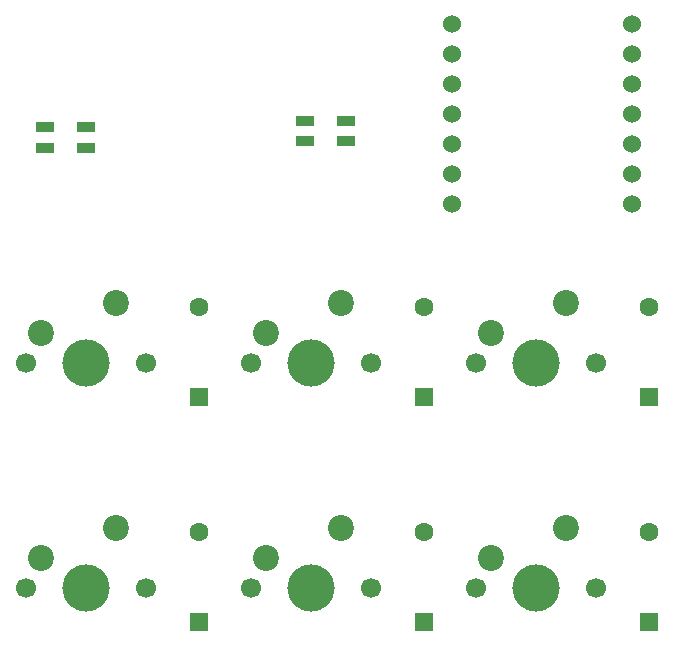
<source format=gbr>
%TF.GenerationSoftware,KiCad,Pcbnew,9.0.2*%
%TF.CreationDate,2025-07-11T15:40:20+10:00*%
%TF.ProjectId,Exportable hackpad pccb,4578706f-7274-4616-926c-65206861636b,rev?*%
%TF.SameCoordinates,Original*%
%TF.FileFunction,Soldermask,Bot*%
%TF.FilePolarity,Negative*%
%FSLAX46Y46*%
G04 Gerber Fmt 4.6, Leading zero omitted, Abs format (unit mm)*
G04 Created by KiCad (PCBNEW 9.0.2) date 2025-07-11 15:40:20*
%MOMM*%
%LPD*%
G01*
G04 APERTURE LIST*
G04 Aperture macros list*
%AMRoundRect*
0 Rectangle with rounded corners*
0 $1 Rounding radius*
0 $2 $3 $4 $5 $6 $7 $8 $9 X,Y pos of 4 corners*
0 Add a 4 corners polygon primitive as box body*
4,1,4,$2,$3,$4,$5,$6,$7,$8,$9,$2,$3,0*
0 Add four circle primitives for the rounded corners*
1,1,$1+$1,$2,$3*
1,1,$1+$1,$4,$5*
1,1,$1+$1,$6,$7*
1,1,$1+$1,$8,$9*
0 Add four rect primitives between the rounded corners*
20,1,$1+$1,$2,$3,$4,$5,0*
20,1,$1+$1,$4,$5,$6,$7,0*
20,1,$1+$1,$6,$7,$8,$9,0*
20,1,$1+$1,$8,$9,$2,$3,0*%
G04 Aperture macros list end*
%ADD10C,1.700000*%
%ADD11C,4.000000*%
%ADD12C,2.200000*%
%ADD13C,1.524000*%
%ADD14RoundRect,0.250000X0.550000X-0.550000X0.550000X0.550000X-0.550000X0.550000X-0.550000X-0.550000X0*%
%ADD15C,1.600000*%
%ADD16R,1.600000X0.850000*%
G04 APERTURE END LIST*
D10*
%TO.C,SW3*%
X165417500Y-104933750D03*
D11*
X170497500Y-104933750D03*
D10*
X175577500Y-104933750D03*
D12*
X173037500Y-99853750D03*
X166687500Y-102393750D03*
%TD*%
D10*
%TO.C,SW9*%
X165417500Y-123983750D03*
D11*
X170497500Y-123983750D03*
D10*
X175577500Y-123983750D03*
D12*
X173037500Y-118903750D03*
X166687500Y-121443750D03*
%TD*%
D10*
%TO.C,SW8*%
X146367500Y-123983750D03*
D11*
X151447500Y-123983750D03*
D10*
X156527500Y-123983750D03*
D12*
X153987500Y-118903750D03*
X147637500Y-121443750D03*
%TD*%
D10*
%TO.C,SW7*%
X127317500Y-123983750D03*
D11*
X132397500Y-123983750D03*
D10*
X137477500Y-123983750D03*
D12*
X134937500Y-118903750D03*
X128587500Y-121443750D03*
%TD*%
D10*
%TO.C,SW2*%
X146367500Y-104933750D03*
D11*
X151447500Y-104933750D03*
D10*
X156527500Y-104933750D03*
D12*
X153987500Y-99853750D03*
X147637500Y-102393750D03*
%TD*%
D10*
%TO.C,SW1*%
X127317500Y-104933750D03*
D11*
X132397500Y-104933750D03*
D10*
X137477500Y-104933750D03*
D12*
X134937500Y-99853750D03*
X128587500Y-102393750D03*
%TD*%
D13*
%TO.C,U1*%
X163353750Y-76200000D03*
X163353750Y-78740000D03*
X163353750Y-81280000D03*
X163353750Y-83820000D03*
X163353750Y-86360000D03*
X163353750Y-88900000D03*
X163353750Y-91440000D03*
X178593750Y-91440000D03*
X178593750Y-88900000D03*
X178593750Y-86360000D03*
X178593750Y-83820000D03*
X178593750Y-81280000D03*
X178593750Y-78740000D03*
X178593750Y-76200000D03*
%TD*%
D14*
%TO.C,D8*%
X141922500Y-107791250D03*
D15*
X141922500Y-100171250D03*
%TD*%
D14*
%TO.C,D6*%
X160972500Y-107791250D03*
D15*
X160972500Y-100171250D03*
%TD*%
D14*
%TO.C,D10*%
X180022500Y-126841250D03*
D15*
X180022500Y-119221250D03*
%TD*%
D14*
%TO.C,D5*%
X141922500Y-126841250D03*
D15*
X141922500Y-119221250D03*
%TD*%
D14*
%TO.C,D7*%
X160972500Y-126841250D03*
D15*
X160972500Y-119221250D03*
%TD*%
D16*
%TO.C,D1*%
X132418750Y-84915000D03*
X132418750Y-86665000D03*
X128918750Y-86665000D03*
X128918750Y-84915000D03*
%TD*%
%TO.C,D4*%
X154428750Y-84385000D03*
X154428750Y-86135000D03*
X150928750Y-86135000D03*
X150928750Y-84385000D03*
%TD*%
D14*
%TO.C,D9*%
X180022500Y-107791250D03*
D15*
X180022500Y-100171250D03*
%TD*%
M02*

</source>
